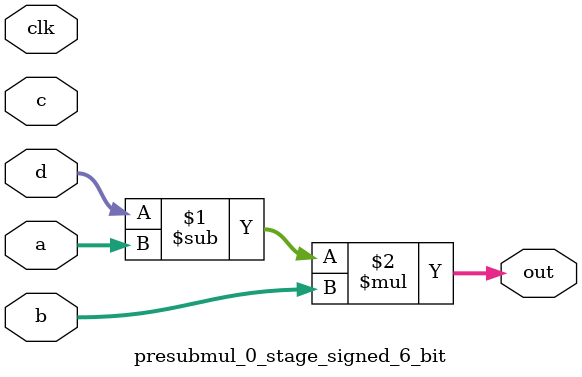
<source format=sv>
(* use_dsp = "yes" *) module presubmul_0_stage_signed_6_bit(
	input signed [5:0] a,
	input signed [5:0] b,
	input signed [5:0] c,
	input signed [5:0] d,
	output [5:0] out,
	input clk);

	assign out = (d - a) * b;
endmodule

</source>
